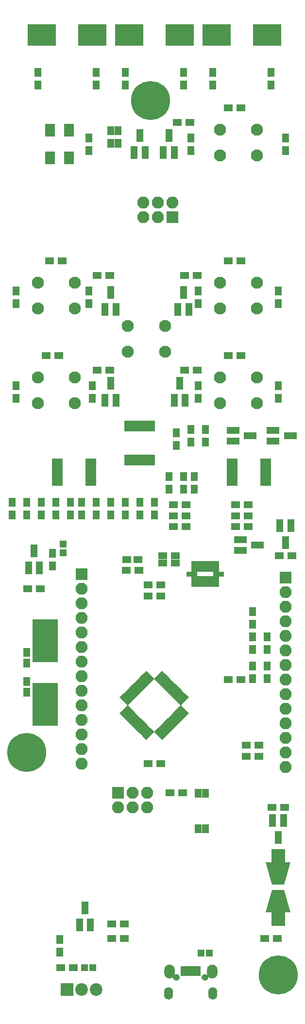
<source format=gbr>
G04 #@! TF.FileFunction,Soldermask,Top*
%FSLAX46Y46*%
G04 Gerber Fmt 4.6, Leading zero omitted, Abs format (unit mm)*
G04 Created by KiCad (PCBNEW 4.0.7) date 07/30/18 15:36:35*
%MOMM*%
%LPD*%
G01*
G04 APERTURE LIST*
%ADD10C,0.100000*%
%ADD11R,1.160000X1.650000*%
%ADD12C,2.100000*%
%ADD13R,1.150000X1.200000*%
%ADD14R,1.150000X1.600000*%
%ADD15R,1.600000X1.150000*%
%ADD16R,1.200000X1.150000*%
%ADD17R,1.300000X1.600000*%
%ADD18R,1.600000X1.300000*%
%ADD19R,4.900000X3.700000*%
%ADD20R,0.950000X1.945000*%
%ADD21R,1.945000X0.950000*%
%ADD22R,2.100000X2.100000*%
%ADD23O,2.100000X2.100000*%
%ADD24R,0.850000X1.700000*%
%ADD25O,1.850000X2.400000*%
%ADD26O,1.550000X2.200000*%
%ADD27O,1.200000X1.200000*%
%ADD28R,1.800000X2.200000*%
%ADD29R,2.398980X2.398980*%
%ADD30R,2.300000X1.200000*%
%ADD31R,1.200000X2.300000*%
%ADD32C,6.800000*%
%ADD33C,1.200000*%
%ADD34R,1.850000X0.850000*%
%ADD35R,0.850000X1.900000*%
%ADD36R,2.200000X2.200000*%
%ADD37C,2.200000*%
%ADD38R,4.500000X7.575000*%
G04 APERTURE END LIST*
D10*
D11*
X74930000Y-159920000D03*
X76200000Y-153770000D03*
X76200000Y-159920000D03*
X74930000Y-153770000D03*
D12*
X62715000Y-72335000D03*
X69215000Y-72335000D03*
X62715000Y-76835000D03*
X69215000Y-76835000D03*
D13*
X51435000Y-110375000D03*
X51435000Y-111875000D03*
D14*
X45085000Y-131125000D03*
X45085000Y-129225000D03*
X45085000Y-134305000D03*
X45085000Y-136205000D03*
D15*
X62550000Y-113030000D03*
X64450000Y-113030000D03*
D16*
X55130000Y-184150000D03*
X56630000Y-184150000D03*
X75450000Y-181610000D03*
X76950000Y-181610000D03*
D17*
X55880000Y-66210000D03*
X55880000Y-68410000D03*
X43180000Y-66210000D03*
X43180000Y-68410000D03*
D18*
X49065000Y-60960000D03*
X51265000Y-60960000D03*
D17*
X88900000Y-66210000D03*
X88900000Y-68410000D03*
X74930000Y-66210000D03*
X74930000Y-68410000D03*
D18*
X80180000Y-60960000D03*
X82380000Y-60960000D03*
D17*
X56515000Y-82720000D03*
X56515000Y-84920000D03*
X43180000Y-82720000D03*
X43180000Y-84920000D03*
D18*
X48430000Y-77470000D03*
X50630000Y-77470000D03*
D17*
X88900000Y-82720000D03*
X88900000Y-84920000D03*
X74930000Y-82720000D03*
X74930000Y-84920000D03*
D18*
X80180000Y-77470000D03*
X82380000Y-77470000D03*
D17*
X90170000Y-39540000D03*
X90170000Y-41740000D03*
X73660000Y-39540000D03*
X73660000Y-41740000D03*
D18*
X80180000Y-34290000D03*
X82380000Y-34290000D03*
D19*
X47670000Y-21590000D03*
X56470000Y-21590000D03*
X62910000Y-21590000D03*
X71710000Y-21590000D03*
X78150000Y-21590000D03*
X86950000Y-21590000D03*
D20*
X78200000Y-114270000D03*
X77400000Y-114270000D03*
X76600000Y-114270000D03*
X75800000Y-114270000D03*
X75000000Y-114270000D03*
X74200000Y-114270000D03*
X74200000Y-116865000D03*
X75000000Y-116865000D03*
X75800000Y-116865000D03*
X76600000Y-116865000D03*
X77400000Y-116865000D03*
X78200000Y-116865000D03*
D21*
X78497500Y-115570000D03*
X73902500Y-115570000D03*
D22*
X54610000Y-115570000D03*
D23*
X54610000Y-118110000D03*
X54610000Y-120650000D03*
X54610000Y-123190000D03*
X54610000Y-125730000D03*
X54610000Y-128270000D03*
X54610000Y-130810000D03*
X54610000Y-133350000D03*
X54610000Y-135890000D03*
X54610000Y-138430000D03*
X54610000Y-140970000D03*
X54610000Y-143510000D03*
X54610000Y-146050000D03*
X54610000Y-148590000D03*
D22*
X90170000Y-116205000D03*
D23*
X90170000Y-118745000D03*
X90170000Y-121285000D03*
X90170000Y-123825000D03*
X90170000Y-126365000D03*
X90170000Y-128905000D03*
X90170000Y-131445000D03*
X90170000Y-133985000D03*
X90170000Y-136525000D03*
X90170000Y-139065000D03*
X90170000Y-141605000D03*
X90170000Y-144145000D03*
X90170000Y-146685000D03*
X90170000Y-149225000D03*
D22*
X60960000Y-153670000D03*
D23*
X60960000Y-156210000D03*
X63500000Y-153670000D03*
X63500000Y-156210000D03*
X66040000Y-153670000D03*
X66040000Y-156210000D03*
D24*
X72360000Y-184790000D03*
X73010000Y-184790000D03*
X73660000Y-184790000D03*
X74310000Y-184790000D03*
X74960000Y-184790000D03*
D25*
X69935000Y-184840000D03*
X77385000Y-184840000D03*
D26*
X69785000Y-188640000D03*
X77535000Y-188640000D03*
D27*
X71160000Y-185890000D03*
X76160000Y-185890000D03*
D22*
X70485000Y-53340000D03*
D23*
X70485000Y-50800000D03*
X67945000Y-53340000D03*
X67945000Y-50800000D03*
X65405000Y-53340000D03*
X65405000Y-50800000D03*
D28*
X52450000Y-38240000D03*
X49150000Y-38240000D03*
X49150000Y-43040000D03*
X52450000Y-43040000D03*
D10*
G36*
X91049450Y-174543060D02*
X86750550Y-174543060D01*
X87850370Y-170642940D01*
X89949630Y-170642940D01*
X91049450Y-174543060D01*
X91049450Y-174543060D01*
G37*
G36*
X86750550Y-165816940D02*
X91049450Y-165816940D01*
X89949630Y-169717060D01*
X87850370Y-169717060D01*
X86750550Y-165816940D01*
X86750550Y-165816940D01*
G37*
D29*
X88900000Y-175681640D03*
X88900000Y-164678360D03*
D30*
X88035000Y-90490000D03*
X88035000Y-92390000D03*
X91035000Y-91440000D03*
D31*
X91120000Y-107085000D03*
X89220000Y-107085000D03*
X90170000Y-110085000D03*
D30*
X82320000Y-109540000D03*
X82320000Y-111440000D03*
X85320000Y-110490000D03*
X81050000Y-90490000D03*
X81050000Y-92390000D03*
X84050000Y-91440000D03*
D31*
X45405000Y-114530000D03*
X47305000Y-114530000D03*
X46355000Y-111530000D03*
X58740000Y-69445000D03*
X60640000Y-69445000D03*
X59690000Y-66445000D03*
X71440000Y-69445000D03*
X73340000Y-69445000D03*
X72390000Y-66445000D03*
X58740000Y-85320000D03*
X60640000Y-85320000D03*
X59690000Y-82320000D03*
X70805000Y-85320000D03*
X72705000Y-85320000D03*
X71755000Y-82320000D03*
X68900000Y-42140000D03*
X70800000Y-42140000D03*
X69850000Y-39140000D03*
X63820000Y-42140000D03*
X65720000Y-42140000D03*
X64770000Y-39140000D03*
X54295000Y-176760000D03*
X56195000Y-176760000D03*
X55245000Y-173760000D03*
X89850000Y-158520000D03*
X87950000Y-158520000D03*
X88900000Y-161520000D03*
D17*
X86995000Y-133815000D03*
X86995000Y-131615000D03*
X86995000Y-126535000D03*
X86995000Y-128735000D03*
D18*
X62400000Y-114935000D03*
X64600000Y-114935000D03*
X70020000Y-153670000D03*
X72220000Y-153670000D03*
X83355000Y-147320000D03*
X85555000Y-147320000D03*
X83355000Y-145415000D03*
X85555000Y-145415000D03*
X66210000Y-148590000D03*
X68410000Y-148590000D03*
D17*
X57150000Y-103040000D03*
X57150000Y-105240000D03*
X64770000Y-103040000D03*
X64770000Y-105240000D03*
X59690000Y-103040000D03*
X59690000Y-105240000D03*
X67310000Y-103040000D03*
X67310000Y-105240000D03*
D18*
X72855000Y-105410000D03*
X70655000Y-105410000D03*
X72855000Y-107315000D03*
X70655000Y-107315000D03*
D17*
X42545000Y-103040000D03*
X42545000Y-105240000D03*
X45085000Y-103040000D03*
X45085000Y-105240000D03*
X47625000Y-103040000D03*
X47625000Y-105240000D03*
X50165000Y-103040000D03*
X50165000Y-105240000D03*
X54610000Y-103040000D03*
X54610000Y-105240000D03*
X62230000Y-103040000D03*
X62230000Y-105240000D03*
X69850000Y-98595000D03*
X69850000Y-100795000D03*
X72390000Y-98595000D03*
X72390000Y-100795000D03*
D18*
X70655000Y-103505000D03*
X72855000Y-103505000D03*
X91270000Y-112395000D03*
X89070000Y-112395000D03*
D17*
X52705000Y-105240000D03*
X52705000Y-103040000D03*
X74295000Y-98595000D03*
X74295000Y-100795000D03*
X71120000Y-90975000D03*
X71120000Y-93175000D03*
D18*
X81450000Y-103505000D03*
X83650000Y-103505000D03*
X83650000Y-105410000D03*
X81450000Y-105410000D03*
X83650000Y-107315000D03*
X81450000Y-107315000D03*
D17*
X73660000Y-92540000D03*
X73660000Y-90340000D03*
X76200000Y-92540000D03*
X76200000Y-90340000D03*
D18*
X45255000Y-118110000D03*
X47455000Y-118110000D03*
D17*
X49530000Y-114130000D03*
X49530000Y-111930000D03*
D18*
X59520000Y-63500000D03*
X57320000Y-63500000D03*
X72560000Y-63500000D03*
X74760000Y-63500000D03*
X59520000Y-80010000D03*
X57320000Y-80010000D03*
X72560000Y-80010000D03*
X74760000Y-80010000D03*
X71290000Y-36830000D03*
X73490000Y-36830000D03*
X68750000Y-112395000D03*
X70950000Y-112395000D03*
X70950000Y-113665000D03*
X68750000Y-113665000D03*
X66210000Y-117475000D03*
X68410000Y-117475000D03*
X66210000Y-119380000D03*
X68410000Y-119380000D03*
D17*
X84455000Y-131615000D03*
X84455000Y-133815000D03*
D18*
X82380000Y-133985000D03*
X80180000Y-133985000D03*
D17*
X84455000Y-128735000D03*
X84455000Y-126535000D03*
X84455000Y-124290000D03*
X84455000Y-122090000D03*
X59690000Y-38270000D03*
X59690000Y-40470000D03*
X60960000Y-38270000D03*
X60960000Y-40470000D03*
X46990000Y-28110000D03*
X46990000Y-30310000D03*
X62230000Y-28110000D03*
X62230000Y-30310000D03*
X77470000Y-28110000D03*
X77470000Y-30310000D03*
X57150000Y-30310000D03*
X57150000Y-28110000D03*
X72390000Y-30310000D03*
X72390000Y-28110000D03*
X87630000Y-30310000D03*
X87630000Y-28110000D03*
D18*
X53170000Y-184150000D03*
X50970000Y-184150000D03*
D17*
X50800000Y-179240000D03*
X50800000Y-181440000D03*
D18*
X62060000Y-176530000D03*
X59860000Y-176530000D03*
X62060000Y-179070000D03*
X59860000Y-179070000D03*
X87800000Y-156210000D03*
X90000000Y-156210000D03*
X86530000Y-179070000D03*
X88730000Y-179070000D03*
D17*
X55880000Y-39540000D03*
X55880000Y-41740000D03*
D12*
X85240000Y-42600000D03*
X78740000Y-42600000D03*
X85240000Y-38100000D03*
X78740000Y-38100000D03*
X85240000Y-69270000D03*
X78740000Y-69270000D03*
X85240000Y-64770000D03*
X78740000Y-64770000D03*
X85240000Y-85780000D03*
X78740000Y-85780000D03*
X85240000Y-81280000D03*
X78740000Y-81280000D03*
X53490000Y-69270000D03*
X46990000Y-69270000D03*
X53490000Y-64770000D03*
X46990000Y-64770000D03*
X53490000Y-85780000D03*
X46990000Y-85780000D03*
X53490000Y-81280000D03*
X46990000Y-81280000D03*
D32*
X45085000Y-146685000D03*
D33*
X47485000Y-146685000D03*
X46782056Y-148382056D03*
X45085000Y-149085000D03*
X43387944Y-148382056D03*
X42685000Y-146685000D03*
X43387944Y-144987944D03*
X45085000Y-144285000D03*
X46782056Y-144987944D03*
D32*
X88900000Y-185420000D03*
D33*
X91300000Y-185420000D03*
X90597056Y-187117056D03*
X88900000Y-187820000D03*
X87202944Y-187117056D03*
X86500000Y-185420000D03*
X87202944Y-183722944D03*
X88900000Y-183020000D03*
X90597056Y-183722944D03*
D32*
X66675000Y-33020000D03*
D33*
X69075000Y-33020000D03*
X68372056Y-34717056D03*
X66675000Y-35420000D03*
X64977944Y-34717056D03*
X64275000Y-33020000D03*
X64977944Y-31322944D03*
X66675000Y-30620000D03*
X68372056Y-31322944D03*
D10*
G36*
X65241712Y-133073666D02*
X65913464Y-132401914D01*
X67327678Y-133816128D01*
X66655926Y-134487880D01*
X65241712Y-133073666D01*
X65241712Y-133073666D01*
G37*
G36*
X64676027Y-133639352D02*
X65347779Y-132967600D01*
X66761993Y-134381814D01*
X66090241Y-135053566D01*
X64676027Y-133639352D01*
X64676027Y-133639352D01*
G37*
G36*
X64110341Y-134205037D02*
X64782093Y-133533285D01*
X66196307Y-134947499D01*
X65524555Y-135619251D01*
X64110341Y-134205037D01*
X64110341Y-134205037D01*
G37*
G36*
X63544656Y-134770722D02*
X64216408Y-134098970D01*
X65630622Y-135513184D01*
X64958870Y-136184936D01*
X63544656Y-134770722D01*
X63544656Y-134770722D01*
G37*
G36*
X62978970Y-135336408D02*
X63650722Y-134664656D01*
X65064936Y-136078870D01*
X64393184Y-136750622D01*
X62978970Y-135336408D01*
X62978970Y-135336408D01*
G37*
G36*
X62413285Y-135902093D02*
X63085037Y-135230341D01*
X64499251Y-136644555D01*
X63827499Y-137316307D01*
X62413285Y-135902093D01*
X62413285Y-135902093D01*
G37*
G36*
X61847600Y-136467779D02*
X62519352Y-135796027D01*
X63933566Y-137210241D01*
X63261814Y-137881993D01*
X61847600Y-136467779D01*
X61847600Y-136467779D01*
G37*
G36*
X61281914Y-137033464D02*
X61953666Y-136361712D01*
X63367880Y-137775926D01*
X62696128Y-138447678D01*
X61281914Y-137033464D01*
X61281914Y-137033464D01*
G37*
G36*
X61953666Y-140498288D02*
X61281914Y-139826536D01*
X62696128Y-138412322D01*
X63367880Y-139084074D01*
X61953666Y-140498288D01*
X61953666Y-140498288D01*
G37*
G36*
X62519352Y-141063973D02*
X61847600Y-140392221D01*
X63261814Y-138978007D01*
X63933566Y-139649759D01*
X62519352Y-141063973D01*
X62519352Y-141063973D01*
G37*
G36*
X63085037Y-141629659D02*
X62413285Y-140957907D01*
X63827499Y-139543693D01*
X64499251Y-140215445D01*
X63085037Y-141629659D01*
X63085037Y-141629659D01*
G37*
G36*
X63650722Y-142195344D02*
X62978970Y-141523592D01*
X64393184Y-140109378D01*
X65064936Y-140781130D01*
X63650722Y-142195344D01*
X63650722Y-142195344D01*
G37*
G36*
X64216408Y-142761030D02*
X63544656Y-142089278D01*
X64958870Y-140675064D01*
X65630622Y-141346816D01*
X64216408Y-142761030D01*
X64216408Y-142761030D01*
G37*
G36*
X64782093Y-143326715D02*
X64110341Y-142654963D01*
X65524555Y-141240749D01*
X66196307Y-141912501D01*
X64782093Y-143326715D01*
X64782093Y-143326715D01*
G37*
G36*
X65347779Y-143892400D02*
X64676027Y-143220648D01*
X66090241Y-141806434D01*
X66761993Y-142478186D01*
X65347779Y-143892400D01*
X65347779Y-143892400D01*
G37*
G36*
X65913464Y-144458086D02*
X65241712Y-143786334D01*
X66655926Y-142372120D01*
X67327678Y-143043872D01*
X65913464Y-144458086D01*
X65913464Y-144458086D01*
G37*
G36*
X67292322Y-143043872D02*
X67964074Y-142372120D01*
X69378288Y-143786334D01*
X68706536Y-144458086D01*
X67292322Y-143043872D01*
X67292322Y-143043872D01*
G37*
G36*
X67858007Y-142478186D02*
X68529759Y-141806434D01*
X69943973Y-143220648D01*
X69272221Y-143892400D01*
X67858007Y-142478186D01*
X67858007Y-142478186D01*
G37*
G36*
X68423693Y-141912501D02*
X69095445Y-141240749D01*
X70509659Y-142654963D01*
X69837907Y-143326715D01*
X68423693Y-141912501D01*
X68423693Y-141912501D01*
G37*
G36*
X68989378Y-141346816D02*
X69661130Y-140675064D01*
X71075344Y-142089278D01*
X70403592Y-142761030D01*
X68989378Y-141346816D01*
X68989378Y-141346816D01*
G37*
G36*
X69555064Y-140781130D02*
X70226816Y-140109378D01*
X71641030Y-141523592D01*
X70969278Y-142195344D01*
X69555064Y-140781130D01*
X69555064Y-140781130D01*
G37*
G36*
X70120749Y-140215445D02*
X70792501Y-139543693D01*
X72206715Y-140957907D01*
X71534963Y-141629659D01*
X70120749Y-140215445D01*
X70120749Y-140215445D01*
G37*
G36*
X70686434Y-139649759D02*
X71358186Y-138978007D01*
X72772400Y-140392221D01*
X72100648Y-141063973D01*
X70686434Y-139649759D01*
X70686434Y-139649759D01*
G37*
G36*
X71252120Y-139084074D02*
X71923872Y-138412322D01*
X73338086Y-139826536D01*
X72666334Y-140498288D01*
X71252120Y-139084074D01*
X71252120Y-139084074D01*
G37*
G36*
X71923872Y-138447678D02*
X71252120Y-137775926D01*
X72666334Y-136361712D01*
X73338086Y-137033464D01*
X71923872Y-138447678D01*
X71923872Y-138447678D01*
G37*
G36*
X71358186Y-137881993D02*
X70686434Y-137210241D01*
X72100648Y-135796027D01*
X72772400Y-136467779D01*
X71358186Y-137881993D01*
X71358186Y-137881993D01*
G37*
G36*
X70792501Y-137316307D02*
X70120749Y-136644555D01*
X71534963Y-135230341D01*
X72206715Y-135902093D01*
X70792501Y-137316307D01*
X70792501Y-137316307D01*
G37*
G36*
X70226816Y-136750622D02*
X69555064Y-136078870D01*
X70969278Y-134664656D01*
X71641030Y-135336408D01*
X70226816Y-136750622D01*
X70226816Y-136750622D01*
G37*
G36*
X69661130Y-136184936D02*
X68989378Y-135513184D01*
X70403592Y-134098970D01*
X71075344Y-134770722D01*
X69661130Y-136184936D01*
X69661130Y-136184936D01*
G37*
G36*
X69095445Y-135619251D02*
X68423693Y-134947499D01*
X69837907Y-133533285D01*
X70509659Y-134205037D01*
X69095445Y-135619251D01*
X69095445Y-135619251D01*
G37*
G36*
X68529759Y-135053566D02*
X67858007Y-134381814D01*
X69272221Y-132967600D01*
X69943973Y-133639352D01*
X68529759Y-135053566D01*
X68529759Y-135053566D01*
G37*
G36*
X67964074Y-134487880D02*
X67292322Y-133816128D01*
X68706536Y-132401914D01*
X69378288Y-133073666D01*
X67964074Y-134487880D01*
X67964074Y-134487880D01*
G37*
D34*
X56290000Y-99740000D03*
X56290000Y-99090000D03*
X56290000Y-98440000D03*
X56290000Y-97790000D03*
X56290000Y-97140000D03*
X56290000Y-96490000D03*
X56290000Y-95840000D03*
X50390000Y-95840000D03*
X50390000Y-96490000D03*
X50390000Y-97140000D03*
X50390000Y-97790000D03*
X50390000Y-98440000D03*
X50390000Y-99090000D03*
X50390000Y-99740000D03*
X86770000Y-99740000D03*
X86770000Y-99090000D03*
X86770000Y-98440000D03*
X86770000Y-97790000D03*
X86770000Y-97140000D03*
X86770000Y-96490000D03*
X86770000Y-95840000D03*
X80870000Y-95840000D03*
X80870000Y-96490000D03*
X80870000Y-97140000D03*
X80870000Y-97790000D03*
X80870000Y-98440000D03*
X80870000Y-99090000D03*
X80870000Y-99740000D03*
D35*
X67045000Y-89760000D03*
X66395000Y-89760000D03*
X65745000Y-89760000D03*
X65095000Y-89760000D03*
X64445000Y-89760000D03*
X63795000Y-89760000D03*
X63145000Y-89760000D03*
X62495000Y-89760000D03*
X62495000Y-95660000D03*
X63145000Y-95660000D03*
X63795000Y-95660000D03*
X64445000Y-95660000D03*
X65095000Y-95660000D03*
X65745000Y-95660000D03*
X66395000Y-95660000D03*
X67045000Y-95660000D03*
D36*
X52070000Y-187960000D03*
D37*
X54610000Y-187960000D03*
X57150000Y-187960000D03*
D38*
X48260000Y-127177500D03*
X48260000Y-138252500D03*
M02*

</source>
